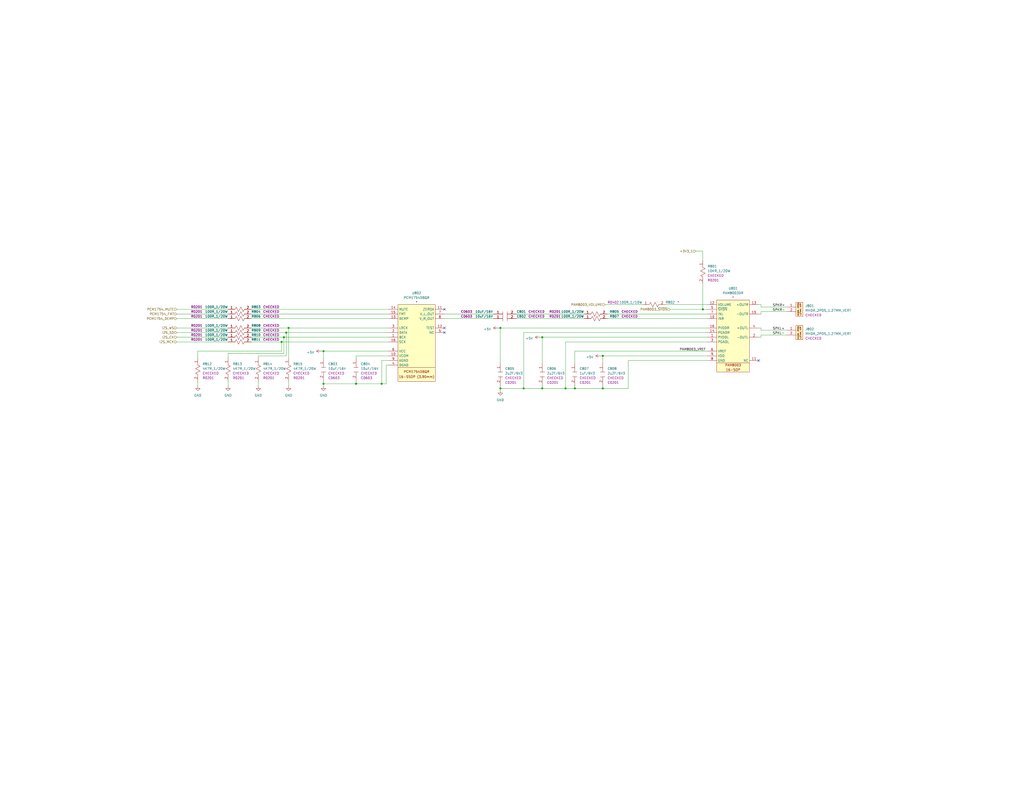
<source format=kicad_sch>
(kicad_sch (version 20230121) (generator eeschema)
  (paper "C")
  (title_block (title "Blender") (date "2023/09/18") (rev "v1.0") (company "Mend0z0") (comment 1 "v1.0") (comment 2 "RELEASED") (comment 3 "Siavash Taher Parvar") (comment 4 "_BOM_Blender_v1.0.html") (comment 5 "_HW_Blender.kicad_pcb") (comment 6 "_GBR_Blender_v1.0") (comment 7 "_ASM_Blender_v1.0") (comment 8 "N/A") (comment 9 "Initial version"))
  (lib_symbols
    (symbol "_SCHLIB_Blender:AMP_PAM8003DR"
      (property "Reference" "U" (at 2.54 2.54 0))
      (property "Value" "PAM8003DR" (at 2.54 5.08 0))
      (property "SCH CHECK" "*" (at 2.54 20.32 0))
      (symbol "AMP_PAM8003DR_0_0"
        (polyline (pts (xy 0 -34.29) (xy 17.78 -34.29)))
        (rectangle (start 0 0) (end 17.78 -39.37) (fill (type background)))
        (text "16-SOP" (at 8.89 -38.1 0) (effects (font (size 1.27 1.27))))
        (text "PAM8003" (at 8.89 -35.56 0) (effects (font (size 1.27 1.27))))
      )
      (symbol "AMP_PAM8003DR_1_1"
        (pin passive line (at -5.08 -20.32 0) (length 5.08) (name "PVDDL") (number "1"))
        (pin passive line (at -5.08 -10.16 0) (length 5.08) (name "INR") (number "10"))
        (pin passive line (at 22.86 -33.02 180) (length 5.08) (name "NC") (number "11"))
        (pin passive line (at -5.08 -2.54 0) (length 5.08) (name "VOLUME") (number "12"))
        (pin passive line (at 22.86 -2.54 180) (length 5.08) (name "+OUTR") (number "13"))
        (pin passive line (at -5.08 -17.78 0) (length 5.08) (name "PGNDR") (number "14"))
        (pin passive line (at 22.86 -7.62 180) (length 5.08) (name "-OUTR") (number "15"))
        (pin passive line (at -5.08 -15.24 0) (length 5.08) (name "PVDDR") (number "16"))
        (pin passive line (at 22.86 -20.32 180) (length 5.08) (name "-OUTL") (number "2"))
        (pin passive line (at -5.08 -22.86 0) (length 5.08) (name "PGNDL") (number "3"))
        (pin passive line (at 22.86 -15.24 180) (length 5.08) (name "+OUTL") (number "4"))
        (pin passive line (at -5.08 -5.08 0) (length 5.08) (name "~{SHDN}") (number "5"))
        (pin passive line (at -5.08 -27.94 0) (length 5.08) (name "VREF") (number "6"))
        (pin passive line (at -5.08 -7.62 0) (length 5.08) (name "INL") (number "7"))
        (pin passive line (at -5.08 -33.02 0) (length 5.08) (name "GND") (number "8"))
        (pin passive line (at -5.08 -30.48 0) (length 5.08) (name "VDD") (number "9"))
      )
    )
    (symbol "_SCHLIB_Blender:CAP_10uF/16V-C0603"
      (property "Reference" "C" (at 2.54 3.81 0))
      (property "Value" "10uF{slash}16V" (at 2.54 6.35 0))
      (property "SCH CHECK" "CHECKED" (at 2.54 21.59 0))
      (property "Package" "C0603" (at 2.54 24.13 0))
      (symbol "CAP_10uF/16V-C0603_0_0"
        (polyline (pts (xy 5.08 1.27) (xy 5.08 -1.27)))
        (polyline (pts (xy 7.62 1.27) (xy 7.62 -1.27)))
      )
      (symbol "CAP_10uF/16V-C0603_1_1"
        (pin passive line (at 0 0 0) (length 5.08) (name "") (number "1"))
        (pin passive line (at 12.7 0 180) (length 5.08) (name "") (number "2"))
      )
    )
    (symbol "_SCHLIB_Blender:CAP_1uF/6V3_C0201"
      (property "Reference" "C" (at 2.54 3.81 0))
      (property "Value" "1uF{slash}6V3" (at 2.54 6.35 0))
      (property "SCH CHECK" "CHECKED" (at 2.54 21.59 0))
      (property "Package" "C0201" (at 2.54 24.13 0))
      (symbol "CAP_1uF/6V3_C0201_0_0"
        (polyline (pts (xy 5.08 1.27) (xy 5.08 -1.27)))
        (polyline (pts (xy 7.62 1.27) (xy 7.62 -1.27)))
      )
      (symbol "CAP_1uF/6V3_C0201_1_1"
        (pin passive line (at 0 0 0) (length 5.08) (name "") (number "1"))
        (pin passive line (at 12.7 0 180) (length 5.08) (name "") (number "2"))
      )
    )
    (symbol "_SCHLIB_Blender:CAP_2u2F/6V3_C0201"
      (property "Reference" "C" (at 2.54 3.81 0))
      (property "Value" "2u2F/6V3" (at 2.54 6.35 0))
      (property "SCH CHECK" "CHECKED" (at 2.54 21.59 0))
      (property "Package" "C0201" (at 2.54 24.13 0))
      (symbol "CAP_2u2F/6V3_C0201_0_0"
        (polyline (pts (xy 5.08 1.27) (xy 5.08 -1.27)))
        (polyline (pts (xy 7.62 1.27) (xy 7.62 -1.27)))
      )
      (symbol "CAP_2u2F/6V3_C0201_1_1"
        (pin passive line (at 0 0 0) (length 5.08) (name "") (number "1"))
        (pin passive line (at 12.7 0 180) (length 5.08) (name "") (number "2"))
      )
    )
    (symbol "_SCHLIB_Blender:CONN_MHDR_2POS_1.27MM_VERT"
      (property "Reference" "J" (at 2.54 2.54 0))
      (property "Value" "MHDR_2POS_1.27MM_VERT" (at 2.54 5.08 0))
      (property "SCH CHECK" "CHECKED" (at 2.54 20.32 0))
      (symbol "CONN_MHDR_2POS_1.27MM_VERT_0_0"
        (text "1.27mm, VERT" (at 2.54 -3.81 900) (effects (font (size 0.635 0.635))))
        (text "MHDR, 2POS" (at 1.27 -3.81 900) (effects (font (size 0.762 0.762))))
      )
      (symbol "CONN_MHDR_2POS_1.27MM_VERT_0_1"
        (rectangle (start 0 0) (end 3.81 -7.62) (fill (type background)))
      )
      (symbol "CONN_MHDR_2POS_1.27MM_VERT_1_1"
        (pin passive line (at -5.08 -2.54 0) (length 5.08) (name "") (number "1"))
        (pin passive line (at -5.08 -5.08 0) (length 5.08) (name "") (number "2"))
      )
    )
    (symbol "_SCHLIB_Blender:IC_PCM1754DBQR"
      (property "Reference" "U" (at 3.81 3.81 0))
      (property "Value" "PCM1754DBQR" (at 3.81 6.35 0))
      (property "SCH CHECK" "*" (at 3.81 21.59 0))
      (symbol "IC_PCM1754DBQR_0_0"
        (text "	\nPCM1754DBQR" (at 10.16 -35.56 0) (effects (font (size 1.27 1.27))))
        (text "16-SSOP (3.90mm)" (at 10.16 -39.37 0) (effects (font (size 1.27 1.27))))
      )
      (symbol "IC_PCM1754DBQR_0_1"
        (polyline (pts (xy 0 -34.29) (xy 20.32 -34.29)))
        (rectangle (start 0 0) (end 20.32 -41.91) (fill (type background)))
      )
      (symbol "IC_PCM1754DBQR_1_1"
        (pin passive line (at -5.08 -17.78 0) (length 5.08) (name "BCK") (number "1"))
        (pin passive line (at -5.08 -27.94 0) (length 5.08) (name "VCOM") (number "10"))
        (pin passive line (at 25.4 -2.54 180) (length 5.08) (name "ZEROA") (number "11"))
        (pin passive line (at 25.4 -12.7 180) (length 5.08) (name "TEST") (number "12"))
        (pin passive line (at -5.08 -7.62 0) (length 5.08) (name "DEMP") (number "13"))
        (pin passive line (at -5.08 -2.54 0) (length 5.08) (name "MUTE") (number "14"))
        (pin passive line (at -5.08 -5.08 0) (length 5.08) (name "FMT") (number "15"))
        (pin passive line (at -5.08 -20.32 0) (length 5.08) (name "SCK") (number "16"))
        (pin passive line (at -5.08 -15.24 0) (length 5.08) (name "DATA") (number "2"))
        (pin passive line (at -5.08 -12.7 0) (length 5.08) (name "LRCK") (number "3"))
        (pin passive line (at -5.08 -33.02 0) (length 5.08) (name "DGND") (number "4"))
        (pin passive line (at 25.4 -15.24 180) (length 5.08) (name "NC") (number "5"))
        (pin passive line (at -5.08 -25.4 0) (length 5.08) (name "VCC") (number "6"))
        (pin passive line (at 25.4 -5.08 180) (length 5.08) (name "V_L_OUT") (number "7"))
        (pin passive line (at 25.4 -7.62 180) (length 5.08) (name "V_R_OUT") (number "8"))
        (pin passive line (at -5.08 -30.48 0) (length 5.08) (name "AGND") (number "9"))
      )
    )
    (symbol "_SCHLIB_Blender:RES_100R_1/10W_R0402"
      (property "Reference" "R" (at 2.54 3.81 0))
      (property "Value" "100R_1/10W" (at 2.54 6.35 0))
      (property "SCH CHECK" "*" (at 2.54 21.59 0))
      (property "Package" "R0402" (at 2.54 24.13 0))
      (symbol "RES_100R_1/10W_R0402_0_0"
        (polyline (pts (xy 3.81 0) (xy 4.445 1.27) (xy 5.715 -1.27) (xy 6.985 1.27) (xy 8.255 -1.27) (xy 8.89 0)))
      )
      (symbol "RES_100R_1/10W_R0402_1_1"
        (pin passive line (at 0 0 0) (length 3.81) (name "") (number "1"))
        (pin passive line (at 12.7 0 180) (length 3.81) (name "") (number "2"))
      )
    )
    (symbol "_SCHLIB_Blender:RES_100R_1/20W-R0201"
      (property "Reference" "R" (at 2.54 3.81 0))
      (property "Value" "100R_1{slash}20W" (at 2.54 6.35 0))
      (property "SCH CHECK" "CHECKED" (at 2.54 21.59 0))
      (property "Package" "R0201" (at 2.54 24.13 0))
      (symbol "RES_100R_1/20W-R0201_0_0"
        (polyline (pts (xy 3.81 0) (xy 4.445 1.27) (xy 5.715 -1.27) (xy 6.985 1.27) (xy 8.255 -1.27) (xy 8.89 0)))
      )
      (symbol "RES_100R_1/20W-R0201_1_1"
        (pin passive line (at 0 0 0) (length 3.81) (name "") (number "1"))
        (pin passive line (at 12.7 0 180) (length 3.81) (name "") (number "2"))
      )
    )
    (symbol "_SCHLIB_Blender:RES_10KR_1/20W-R0201"
      (property "Reference" "R" (at 2.54 5.08 0))
      (property "Value" "10KR_1{slash}20W" (at 2.54 7.62 0))
      (property "SCH CHECK" "CHECKED" (at 2.54 22.86 0))
      (property "Package" "R0201" (at 2.54 25.4 0))
      (symbol "RES_10KR_1/20W-R0201_0_0"
        (polyline (pts (xy 3.81 0) (xy 4.445 1.27) (xy 5.715 -1.27) (xy 6.985 1.27) (xy 8.255 -1.27) (xy 8.89 0)))
      )
      (symbol "RES_10KR_1/20W-R0201_1_1"
        (pin passive line (at 0 0 0) (length 3.81) (name "") (number "1"))
        (pin passive line (at 12.7 0 180) (length 3.81) (name "") (number "2"))
      )
    )
    (symbol "_SCHLIB_Blender:RES_4K7R_1/20W-R0201"
      (property "Reference" "R" (at 2.54 5.08 0))
      (property "Value" "4K7R_1{slash}20W" (at 2.54 7.62 0))
      (property "SCH CHECK" "CHECKED" (at 2.54 22.86 0))
      (property "Package" "R0201" (at 2.54 25.4 0))
      (symbol "RES_4K7R_1/20W-R0201_0_0"
        (polyline (pts (xy 3.81 0) (xy 4.445 1.27) (xy 5.715 -1.27) (xy 6.985 1.27) (xy 8.255 -1.27) (xy 8.89 0)))
      )
      (symbol "RES_4K7R_1/20W-R0201_1_1"
        (pin passive line (at 0 0 0) (length 3.81) (name "") (number "1"))
        (pin passive line (at 12.7 0 180) (length 3.81) (name "") (number "2"))
      )
    )
    (symbol "power:+5V" (power) (pin_names (offset 0))
      (property "Value" "+5V" (at 0 3.556 0))
      (symbol "+5V_0_1"
        (polyline (pts (xy -0.762 1.27) (xy 0 2.54)))
        (polyline (pts (xy 0 0) (xy 0 2.54)))
        (polyline (pts (xy 0 2.54) (xy 0.762 1.27)))
      )
      (symbol "+5V_1_1"
        (pin power_in line (at 0 0 90) (length 0) hide (name "+5V") (number "1"))
      )
    )
    (symbol "power:GND" (power) (pin_names (offset 0))
      (property "Value" "GND" (at 0 -3.81 0))
      (symbol "GND_0_1"
        (polyline (pts (xy 0 0) (xy 0 -1.27) (xy 1.27 -1.27) (xy 0 -2.54) (xy -1.27 -1.27) (xy 0 -1.27)))
      )
      (symbol "GND_1_1"
        (pin power_in line (at 0 0 270) (length 0) hide (name "GND") (number "1"))
      )
    )
  )
  (junction (at 295.91 212.09))
  (junction (at 157.48 179.07))
  (junction (at 313.69 212.09))
  (junction (at 328.93 212.09))
  (junction (at 273.05 179.07))
  (junction (at 328.93 194.31))
  (junction (at 156.21 181.61))
  (junction (at 176.53 191.77))
  (junction (at 308.61 212.09))
  (junction (at 194.31 209.55))
  (junction (at 295.91 184.15))
  (junction (at 153.67 186.69))
  (junction (at 176.53 209.55))
  (junction (at 383.54 168.91))
  (junction (at 208.28 209.55))
  (junction (at 154.94 184.15))
  (junction (at 285.75 212.09))
  (junction (at 273.05 212.09))
  (no_connect (at 414.02 196.85))
  (no_connect (at 242.57 181.61))
  (no_connect (at 242.57 168.91))
  (no_connect (at 242.57 179.07))
  (wire (pts (xy 415.29 180.34) (xy 415.29 179.07)))
  (wire (pts (xy 271.78 179.07) (xy 273.05 179.07)))
  (wire (pts (xy 124.46 193.04) (xy 154.94 193.04)))
  (wire (pts (xy 212.09 191.77) (xy 176.53 191.77)))
  (wire (pts (xy 285.75 181.61) (xy 285.75 212.09)))
  (wire (pts (xy 328.93 212.09) (xy 313.69 212.09)))
  (wire (pts (xy 273.05 179.07) (xy 273.05 198.12)))
  (wire (pts (xy 313.69 210.82) (xy 313.69 212.09)))
  (wire (pts (xy 242.57 171.45) (xy 269.24 171.45)))
  (wire (pts (xy 140.97 195.58) (xy 140.97 194.31)))
  (wire (pts (xy 386.08 181.61) (xy 285.75 181.61)))
  (wire (pts (xy 124.46 210.82) (xy 124.46 208.28)))
  (wire (pts (xy 176.53 191.77) (xy 176.53 195.58)))
  (wire (pts (xy 96.52 171.45) (xy 124.46 171.45)))
  (wire (pts (xy 415.29 170.18) (xy 415.29 171.45)))
  (wire (pts (xy 379.73 137.16) (xy 383.54 137.16)))
  (wire (pts (xy 383.54 168.91) (xy 386.08 168.91)))
  (wire (pts (xy 386.08 186.69) (xy 308.61 186.69)))
  (wire (pts (xy 212.09 199.39) (xy 210.82 199.39)))
  (wire (pts (xy 137.16 173.99) (xy 212.09 173.99)))
  (wire (pts (xy 414.02 166.37) (xy 415.29 166.37)))
  (wire (pts (xy 96.52 179.07) (xy 124.46 179.07)))
  (wire (pts (xy 194.31 209.55) (xy 194.31 208.28)))
  (wire (pts (xy 96.52 181.61) (xy 124.46 181.61)))
  (wire (pts (xy 273.05 210.82) (xy 273.05 212.09)))
  (wire (pts (xy 415.29 184.15) (xy 414.02 184.15)))
  (wire (pts (xy 313.69 212.09) (xy 308.61 212.09)))
  (wire (pts (xy 176.53 208.28) (xy 176.53 209.55)))
  (wire (pts (xy 153.67 186.69) (xy 212.09 186.69)))
  (wire (pts (xy 342.9 196.85) (xy 342.9 212.09)))
  (wire (pts (xy 194.31 194.31) (xy 212.09 194.31)))
  (wire (pts (xy 154.94 193.04) (xy 154.94 184.15)))
  (wire (pts (xy 208.28 196.85) (xy 208.28 209.55)))
  (wire (pts (xy 331.47 173.99) (xy 386.08 173.99)))
  (wire (pts (xy 414.02 171.45) (xy 415.29 171.45)))
  (wire (pts (xy 415.29 180.34) (xy 429.26 180.34)))
  (wire (pts (xy 386.08 171.45) (xy 331.47 171.45)))
  (wire (pts (xy 208.28 209.55) (xy 194.31 209.55)))
  (wire (pts (xy 157.48 179.07) (xy 157.48 195.58)))
  (wire (pts (xy 386.08 194.31) (xy 328.93 194.31)))
  (wire (pts (xy 176.53 209.55) (xy 176.53 210.82)))
  (wire (pts (xy 273.05 212.09) (xy 273.05 213.36)))
  (wire (pts (xy 210.82 209.55) (xy 208.28 209.55)))
  (wire (pts (xy 285.75 212.09) (xy 295.91 212.09)))
  (wire (pts (xy 383.54 154.94) (xy 383.54 168.91)))
  (wire (pts (xy 137.16 186.69) (xy 153.67 186.69)))
  (wire (pts (xy 330.2 166.37) (xy 350.52 166.37)))
  (wire (pts (xy 194.31 209.55) (xy 176.53 209.55)))
  (wire (pts (xy 313.69 191.77) (xy 386.08 191.77)))
  (wire (pts (xy 313.69 191.77) (xy 313.69 198.12)))
  (wire (pts (xy 210.82 199.39) (xy 210.82 209.55)))
  (wire (pts (xy 281.94 173.99) (xy 318.77 173.99)))
  (wire (pts (xy 308.61 186.69) (xy 308.61 212.09)))
  (wire (pts (xy 140.97 194.31) (xy 156.21 194.31)))
  (wire (pts (xy 386.08 196.85) (xy 342.9 196.85)))
  (wire (pts (xy 137.16 171.45) (xy 212.09 171.45)))
  (wire (pts (xy 386.08 179.07) (xy 273.05 179.07)))
  (wire (pts (xy 156.21 194.31) (xy 156.21 181.61)))
  (wire (pts (xy 96.52 173.99) (xy 124.46 173.99)))
  (wire (pts (xy 328.93 194.31) (xy 328.93 198.12)))
  (wire (pts (xy 318.77 171.45) (xy 281.94 171.45)))
  (wire (pts (xy 107.95 210.82) (xy 107.95 208.28)))
  (wire (pts (xy 328.93 210.82) (xy 328.93 212.09)))
  (wire (pts (xy 96.52 184.15) (xy 124.46 184.15)))
  (wire (pts (xy 294.64 184.15) (xy 295.91 184.15)))
  (wire (pts (xy 415.29 182.88) (xy 429.26 182.88)))
  (wire (pts (xy 365.76 168.91) (xy 383.54 168.91)))
  (wire (pts (xy 194.31 195.58) (xy 194.31 194.31)))
  (wire (pts (xy 415.29 170.18) (xy 429.26 170.18)))
  (wire (pts (xy 363.22 166.37) (xy 386.08 166.37)))
  (wire (pts (xy 107.95 195.58) (xy 107.95 191.77)))
  (wire (pts (xy 137.16 184.15) (xy 154.94 184.15)))
  (wire (pts (xy 154.94 184.15) (xy 212.09 184.15)))
  (wire (pts (xy 383.54 137.16) (xy 383.54 142.24)))
  (wire (pts (xy 107.95 191.77) (xy 153.67 191.77)))
  (wire (pts (xy 308.61 212.09) (xy 295.91 212.09)))
  (wire (pts (xy 415.29 179.07) (xy 414.02 179.07)))
  (wire (pts (xy 153.67 191.77) (xy 153.67 186.69)))
  (wire (pts (xy 156.21 181.61) (xy 212.09 181.61)))
  (wire (pts (xy 137.16 168.91) (xy 212.09 168.91)))
  (wire (pts (xy 295.91 210.82) (xy 295.91 212.09)))
  (wire (pts (xy 242.57 173.99) (xy 269.24 173.99)))
  (wire (pts (xy 415.29 167.64) (xy 429.26 167.64)))
  (wire (pts (xy 137.16 179.07) (xy 157.48 179.07)))
  (wire (pts (xy 386.08 184.15) (xy 295.91 184.15)))
  (wire (pts (xy 175.26 191.77) (xy 176.53 191.77)))
  (wire (pts (xy 96.52 186.69) (xy 124.46 186.69)))
  (wire (pts (xy 342.9 212.09) (xy 328.93 212.09)))
  (wire (pts (xy 157.48 208.28) (xy 157.48 210.82)))
  (wire (pts (xy 273.05 212.09) (xy 285.75 212.09)))
  (wire (pts (xy 415.29 182.88) (xy 415.29 184.15)))
  (wire (pts (xy 157.48 179.07) (xy 212.09 179.07)))
  (wire (pts (xy 124.46 195.58) (xy 124.46 193.04)))
  (wire (pts (xy 140.97 210.82) (xy 140.97 208.28)))
  (wire (pts (xy 327.66 194.31) (xy 328.93 194.31)))
  (wire (pts (xy 212.09 196.85) (xy 208.28 196.85)))
  (wire (pts (xy 96.52 168.91) (xy 124.46 168.91)))
  (wire (pts (xy 137.16 181.61) (xy 156.21 181.61)))
  (wire (pts (xy 415.29 166.37) (xy 415.29 167.64)))
  (wire (pts (xy 295.91 184.15) (xy 295.91 198.12)))
  (label "SPKR+" (at 421.64 167.64 0))
  (label "PAM8003_VREF" (at 370.84 191.77 0))
  (label "SPKL-" (at 421.64 182.88 0))
  (label "SPKL+" (at 421.64 180.34 0))
  (label "SPKR-" (at 421.64 170.18 0))
  (hierarchical_label "PAM8003_~{SHDN}" (shape input) (at 365.76 168.91 180))
  (hierarchical_label "I2S_CK" (shape input) (at 96.52 184.15 180))
  (hierarchical_label "PAM8003_VOLUME" (shape input) (at 330.2 166.37 180))
  (hierarchical_label "+3V3_1" (shape input) (at 379.73 137.16 180))
  (hierarchical_label "I2S_WS" (shape input) (at 96.52 179.07 180))
  (hierarchical_label "I2S_SD" (shape input) (at 96.52 181.61 180))
  (hierarchical_label "PCM1754_DEMP" (shape input) (at 96.52 173.99 180))
  (hierarchical_label "I2S_MCK" (shape input) (at 96.52 186.69 180))
  (hierarchical_label "PCM1754_MUTE" (shape input) (at 96.52 168.91 180))
  (hierarchical_label "PCM1754_FMT" (shape input) (at 96.52 171.45 180))
  (symbol (lib_id "_SCHLIB_Blender:RES_100R_1/20W-R0201") (at 124.46 186.69 0) (unit 1)
    (property "Reference" "R811" (at 139.7 185.42 0))
    (property "Value" "100R_1/20W" (at 118.11 185.42 0))
    (property "Footprint" "Resistor_SMD:R_0201_0603Metric" (effects hide))
    (property "Datasheet" "https://www.seielect.com/Catalog/SEI-RMCF_RMCP.pdf" (effects hide))
    (property "Description" "100 Ohms ±1% 0.05W, 1/20W Chip Resistor 0201 (0603 Metric) Thick Film" (effects hide))
    (property "Part Number" "RMCF0201FT100R" (effects hide))
    (property "Link" "https://www.digikey.ca/en/products/detail/stackpole-electronics-inc/RMCF0201FT100R/1714988" (effects hide))
    (property "SCH CHECK" "CHECKED" (at 143.51 185.42 0) (effects (justify left)))
    (property "Package" "R0201" (at 104.14 185.42 0) (effects (justify left)))
  )
  (symbol (lib_id "_SCHLIB_Blender:RES_100R_1/20W-R0201") (at 318.77 171.45 0) (unit 1)
    (property "Reference" "R805" (at 335.28 170.18 0))
    (property "Value" "100R_1/20W" (at 312.42 170.18 0))
    (property "Footprint" "Resistor_SMD:R_0201_0603Metric" (effects hide))
    (property "Datasheet" "https://www.seielect.com/Catalog/SEI-RMCF_RMCP.pdf" (effects hide))
    (property "Description" "100 Ohms ±1% 0.05W, 1/20W Chip Resistor 0201 (0603 Metric) Thick Film" (effects hide))
    (property "Part Number" "RMCF0201FT100R" (effects hide))
    (property "Link" "https://www.digikey.ca/en/products/detail/stackpole-electronics-inc/RMCF0201FT100R/1714988" (effects hide))
    (property "SCH CHECK" "CHECKED" (at 339.09 170.18 0) (effects (justify left)))
    (property "Package" "R0201" (at 299.72 170.18 0) (effects (justify left)))
  )
  (symbol (lib_id "power:GND") (at 273.05 213.36 0) (unit 1)
    (property "Reference" "#PWR0810" (effects hide))
    (property "Value" "GND" (at 273.05 218.44 0))
  )
  (symbol (lib_id "_SCHLIB_Blender:CONN_MHDR_2POS_1.27MM_VERT") (at 434.34 165.1 0) (unit 1)
    (property "Reference" "J801" (at 439.42 167.005 0) (effects (justify left)))
    (property "Value" "MHDR_2POS_1.27MM_VERT" (at 439.42 169.545 0) (effects (justify left)))
    (property "Footprint" "Connector_PinHeader_1.27mm:PinHeader_1x02_P1.27mm_Vertical" (effects hide))
    (property "Datasheet" "https://s3.amazonaws.com/catalogspreads-pdf/PAGE94-95%20.050%20MALE%20HDR%20ST%20RA%20SMT.pdf" (effects hide))
    (property "Description" "Connector Header Through Hole 2 position 0.050\" (1.27mm)" (effects hide))
    (property "Part Number" "GRPB021VWVN-RC" (effects hide))
    (property "Link" "https://www.digikey.ca/en/products/detail/sullins-connector-solutions/GRPB021VWVN-RC/1786438" (effects hide))
    (property "SCH CHECK" "CHECKED" (at 439.42 172.085 0) (effects (justify left)))
  )
  (symbol (lib_id "_SCHLIB_Blender:CAP_2u2F/6V3_C0201") (at 295.91 198.12 270) (unit 1)
    (property "Reference" "C806" (at 298.45 201.295 90) (effects (justify left)))
    (property "Value" "2u2F/6V3" (at 298.45 203.835 90) (effects (justify left)))
    (property "Footprint" "Capacitor_SMD:C_0201_0603Metric" (effects hide))
    (property "Datasheet" "https://ele.kyocera.com/assets/products/capacitor/CM_Series_e.pdf" (effects hide))
    (property "Description" "2.2 µF ±20% 6.3V Ceramic Capacitor X5R 0201 (0603 Metric)" (effects hide))
    (property "Part Number" "CM03X5R225M06AH" (effects hide))
    (property "Link" "https://www.digikey.ca/en/products/detail/kyocera-avx/CM03X5R225M06AH/10815044" (effects hide))
    (property "SCH CHECK" "CHECKED" (at 298.45 206.375 90) (effects (justify left)))
    (property "Package" "C0201" (at 298.45 208.915 90) (effects (justify left)))
  )
  (symbol (lib_id "_SCHLIB_Blender:RES_100R_1/20W-R0201") (at 124.46 168.91 0) (unit 1)
    (property "Reference" "R803" (at 139.7 167.64 0))
    (property "Value" "100R_1/20W" (at 118.11 167.64 0))
    (property "Footprint" "Resistor_SMD:R_0201_0603Metric" (effects hide))
    (property "Datasheet" "https://www.seielect.com/Catalog/SEI-RMCF_RMCP.pdf" (effects hide))
    (property "Description" "100 Ohms ±1% 0.05W, 1/20W Chip Resistor 0201 (0603 Metric) Thick Film" (effects hide))
    (property "Part Number" "RMCF0201FT100R" (effects hide))
    (property "Link" "https://www.digikey.ca/en/products/detail/stackpole-electronics-inc/RMCF0201FT100R/1714988" (effects hide))
    (property "SCH CHECK" "CHECKED" (at 143.51 167.64 0) (effects (justify left)))
    (property "Package" "R0201" (at 104.14 167.64 0) (effects (justify left)))
  )
  (symbol (lib_id "_SCHLIB_Blender:CAP_10uF/16V-C0603") (at 194.31 195.58 270) (unit 1)
    (property "Reference" "C804" (at 196.85 198.755 90) (effects (justify left)))
    (property "Value" "10uF/16V" (at 196.85 201.295 90) (effects (justify left)))
    (property "Footprint" "Capacitor_SMD:C_0603_1608Metric" (effects hide))
    (property "Datasheet" "https://search.murata.co.jp/Ceramy/image/img/A01X/G101/ENG/GRT188R61C106KE13-01.pdf" (effects hide))
    (property "Description" "10 µF ±10% 16V Ceramic Capacitor X5R 0603 (1608 Metric)" (effects hide))
    (property "Part Number" "GRT188R61C106KE13J" (effects hide))
    (property "Link" "https://www.digikey.ca/en/products/detail/murata-electronics/GRT188R61C106KE13J/13904802" (effects hide))
    (property "SCH CHECK" "CHECKED" (at 196.85 203.835 90) (effects (justify left)))
    (property "Package" "C0603" (at 196.85 206.375 90) (effects (justify left)))
  )
  (symbol (lib_id "power:+5V") (at 294.64 184.15 90) (unit 1)
    (property "Reference" "#PWR0802" (effects hide))
    (property "Value" "+5V" (at 290.83 184.785 90) (effects (justify left)))
  )
  (symbol (lib_id "_SCHLIB_Blender:RES_100R_1/20W-R0201") (at 124.46 181.61 0) (unit 1)
    (property "Reference" "R809" (at 139.7 180.34 0))
    (property "Value" "100R_1/20W" (at 118.11 180.34 0))
    (property "Footprint" "Resistor_SMD:R_0201_0603Metric" (effects hide))
    (property "Datasheet" "https://www.seielect.com/Catalog/SEI-RMCF_RMCP.pdf" (effects hide))
    (property "Description" "100 Ohms ±1% 0.05W, 1/20W Chip Resistor 0201 (0603 Metric) Thick Film" (effects hide))
    (property "Part Number" "RMCF0201FT100R" (effects hide))
    (property "Link" "https://www.digikey.ca/en/products/detail/stackpole-electronics-inc/RMCF0201FT100R/1714988" (effects hide))
    (property "SCH CHECK" "CHECKED" (at 143.51 180.34 0) (effects (justify left)))
    (property "Package" "R0201" (at 104.14 180.34 0) (effects (justify left)))
  )
  (symbol (lib_id "_SCHLIB_Blender:RES_100R_1/20W-R0201") (at 124.46 173.99 0) (unit 1)
    (property "Reference" "R806" (at 139.7 172.72 0))
    (property "Value" "100R_1/20W" (at 118.11 172.72 0))
    (property "Footprint" "Resistor_SMD:R_0201_0603Metric" (effects hide))
    (property "Datasheet" "https://www.seielect.com/Catalog/SEI-RMCF_RMCP.pdf" (effects hide))
    (property "Description" "100 Ohms ±1% 0.05W, 1/20W Chip Resistor 0201 (0603 Metric) Thick Film" (effects hide))
    (property "Part Number" "RMCF0201FT100R" (effects hide))
    (property "Link" "https://www.digikey.ca/en/products/detail/stackpole-electronics-inc/RMCF0201FT100R/1714988" (effects hide))
    (property "SCH CHECK" "CHECKED" (at 143.51 172.72 0) (effects (justify left)))
    (property "Package" "R0201" (at 104.14 172.72 0) (effects (justify left)))
  )
  (symbol (lib_id "power:+5V") (at 175.26 191.77 90) (unit 1)
    (property "Reference" "#PWR0803" (effects hide))
    (property "Value" "+5V" (at 171.45 192.405 90) (effects (justify left)))
  )
  (symbol (lib_id "power:+5V") (at 327.66 194.31 90) (unit 1)
    (property "Reference" "#PWR0804" (effects hide))
    (property "Value" "+5V" (at 323.85 194.945 90) (effects (justify left)))
  )
  (symbol (lib_id "_SCHLIB_Blender:IC_PCM1754DBQR") (at 217.17 166.37 0) (unit 1)
    (property "Reference" "U802" (at 227.33 160.02 0))
    (property "Value" "PCM1754DBQR" (at 227.33 162.56 0))
    (property "Footprint" "_PCBLIB_Blender:DBQ16" (effects hide))
    (property "Datasheet" "https://www.ti.com/general/docs/suppproductinfo.tsp?distId=10&gotoUrl=https%3A%2F%2Fwww.ti.com%2Flit%2Fgpn%2Fpcm1753" (effects hide))
    (property "Description" "DAC, Audio 24 b 200k I²S 16-SSOP" (effects hide))
    (property "Part Number" "PCM1754DBQR" (effects hide))
    (property "Link" "https://www.digikey.ca/en/products/detail/texas-instruments/PCM1754DBQR/1573276" (effects hide))
    (property "SCH CHECK" "*" (at 227.33 165.1 0))
  )
  (symbol (lib_id "_SCHLIB_Blender:RES_4K7R_1/20W-R0201") (at 124.46 195.58 270) (unit 1)
    (property "Reference" "R813" (at 127 198.755 90) (effects (justify left)))
    (property "Value" "4K7R_1/20W" (at 127 201.295 90) (effects (justify left)))
    (property "Footprint" "Resistor_SMD:R_0201_0603Metric" (effects hide))
    (property "Datasheet" "https://www.seielect.com/Catalog/SEI-RMCF_RMCP.pdf" (effects hide))
    (property "Description" "4.7 kOhms ±1% 0.05W, 1/20W Chip Resistor 0201 (0603 Metric) Thick Film" (effects hide))
    (property "Part Number" "RMCF0201FT4K70" (effects hide))
    (property "Link" "https://www.digikey.ca/en/products/detail/stackpole-electronics-inc/RMCF0201FT4K70/1715026" (effects hide))
    (property "SCH CHECK" "CHECKED" (at 127 203.835 90) (effects (justify left)))
    (property "Package" "R0201" (at 127 206.375 90) (effects (justify left)))
  )
  (symbol (lib_id "_SCHLIB_Blender:RES_10KR_1/20W-R0201") (at 383.54 142.24 270) (unit 1)
    (property "Reference" "R801" (at 386.08 145.415 90) (effects (justify left)))
    (property "Value" "10KR_1/20W" (at 386.08 147.955 90) (effects (justify left)))
    (property "Footprint" "Resistor_SMD:R_0201_0603Metric" (effects hide))
    (property "Datasheet" "https://www.seielect.com/Catalog/SEI-RMCF_RMCP.pdf" (effects hide))
    (property "Description" "10 kOhms ±1% 0.05W, 1/20W Chip Resistor 0201 (0603 Metric) Thick Film" (effects hide))
    (property "Part Number" "RMCF0201FT10K0" (effects hide))
    (property "Link" "https://www.digikey.ca/en/products/detail/stackpole-electronics-inc/RMCF0201FT10K0/1714990" (effects hide))
    (property "SCH CHECK" "CHECKED" (at 386.08 150.495 90) (effects (justify left)))
    (property "Package" "R0201" (at 386.08 153.035 90) (effects (justify left)))
  )
  (symbol (lib_id "power:GND") (at 124.46 210.82 0) (unit 1)
    (property "Reference" "#PWR0806" (effects hide))
    (property "Value" "GND" (at 124.46 215.9 0))
  )
  (symbol (lib_id "_SCHLIB_Blender:CAP_10uF/16V-C0603") (at 269.24 173.99 0) (unit 1)
    (property "Reference" "C802" (at 284.48 172.72 0))
    (property "Value" "10uF/16V" (at 264.16 172.72 0))
    (property "Footprint" "Capacitor_SMD:C_0603_1608Metric" (effects hide))
    (property "Datasheet" "https://search.murata.co.jp/Ceramy/image/img/A01X/G101/ENG/GRT188R61C106KE13-01.pdf" (effects hide))
    (property "Description" "10 µF ±10% 16V Ceramic Capacitor X5R 0603 (1608 Metric)" (effects hide))
    (property "Part Number" "GRT188R61C106KE13J" (effects hide))
    (property "Link" "https://www.digikey.ca/en/products/detail/murata-electronics/GRT188R61C106KE13J/13904802" (effects hide))
    (property "SCH CHECK" "CHECKED" (at 288.29 172.72 0) (effects (justify left)))
    (property "Package" "C0603" (at 251.46 172.72 0) (effects (justify left)))
  )
  (symbol (lib_id "power:GND") (at 176.53 210.82 0) (unit 1)
    (property "Reference" "#PWR0809" (effects hide))
    (property "Value" "GND" (at 176.53 215.9 0))
  )
  (symbol (lib_id "power:GND") (at 157.48 210.82 0) (unit 1)
    (property "Reference" "#PWR0808" (effects hide))
    (property "Value" "GND" (at 157.48 215.9 0))
  )
  (symbol (lib_id "_SCHLIB_Blender:RES_4K7R_1/20W-R0201") (at 157.48 195.58 270) (unit 1)
    (property "Reference" "R815" (at 160.02 198.755 90) (effects (justify left)))
    (property "Value" "4K7R_1/20W" (at 160.02 201.295 90) (effects (justify left)))
    (property "Footprint" "Resistor_SMD:R_0201_0603Metric" (effects hide))
    (property "Datasheet" "https://www.seielect.com/Catalog/SEI-RMCF_RMCP.pdf" (effects hide))
    (property "Description" "4.7 kOhms ±1% 0.05W, 1/20W Chip Resistor 0201 (0603 Metric) Thick Film" (effects hide))
    (property "Part Number" "RMCF0201FT4K70" (effects hide))
    (property "Link" "https://www.digikey.ca/en/products/detail/stackpole-electronics-inc/RMCF0201FT4K70/1715026" (effects hide))
    (property "SCH CHECK" "CHECKED" (at 160.02 203.835 90) (effects (justify left)))
    (property "Package" "R0201" (at 160.02 206.375 90) (effects (justify left)))
  )
  (symbol (lib_id "_SCHLIB_Blender:CONN_MHDR_2POS_1.27MM_VERT") (at 434.34 177.8 0) (unit 1)
    (property "Reference" "J802" (at 439.42 179.705 0) (effects (justify left)))
    (property "Value" "MHDR_2POS_1.27MM_VERT" (at 439.42 182.245 0) (effects (justify left)))
    (property "Footprint" "Connector_PinHeader_1.27mm:PinHeader_1x02_P1.27mm_Vertical" (effects hide))
    (property "Datasheet" "https://s3.amazonaws.com/catalogspreads-pdf/PAGE94-95%20.050%20MALE%20HDR%20ST%20RA%20SMT.pdf" (effects hide))
    (property "Description" "Connector Header Through Hole 2 position 0.050\" (1.27mm)" (effects hide))
    (property "Part Number" "GRPB021VWVN-RC" (effects hide))
    (property "Link" "https://www.digikey.ca/en/products/detail/sullins-connector-solutions/GRPB021VWVN-RC/1786438" (effects hide))
    (property "SCH CHECK" "CHECKED" (at 439.42 184.785 0) (effects (justify left)))
  )
  (symbol (lib_id "_SCHLIB_Blender:CAP_2u2F/6V3_C0201") (at 273.05 198.12 270) (unit 1)
    (property "Reference" "C805" (at 275.59 201.295 90) (effects (justify left)))
    (property "Value" "2u2F/6V3" (at 275.59 203.835 90) (effects (justify left)))
    (property "Footprint" "Capacitor_SMD:C_0201_0603Metric" (effects hide))
    (property "Datasheet" "https://ele.kyocera.com/assets/products/capacitor/CM_Series_e.pdf" (effects hide))
    (property "Description" "2.2 µF ±20% 6.3V Ceramic Capacitor X5R 0201 (0603 Metric)" (effects hide))
    (property "Part Number" "CM03X5R225M06AH" (effects hide))
    (property "Link" "https://www.digikey.ca/en/products/detail/kyocera-avx/CM03X5R225M06AH/10815044" (effects hide))
    (property "SCH CHECK" "CHECKED" (at 275.59 206.375 90) (effects (justify left)))
    (property "Package" "C0201" (at 275.59 208.915 90) (effects (justify left)))
  )
  (symbol (lib_id "power:GND") (at 140.97 210.82 0) (unit 1)
    (property "Reference" "#PWR0807" (effects hide))
    (property "Value" "GND" (at 140.97 215.9 0))
  )
  (symbol (lib_id "power:+5V") (at 271.78 179.07 90) (unit 1)
    (property "Reference" "#PWR0801" (effects hide))
    (property "Value" "+5V" (at 267.97 179.705 90) (effects (justify left)))
  )
  (symbol (lib_id "_SCHLIB_Blender:CAP_2u2F/6V3_C0201") (at 328.93 198.12 270) (unit 1)
    (property "Reference" "C808" (at 331.47 201.295 90) (effects (justify left)))
    (property "Value" "2u2F/6V3" (at 331.47 203.835 90) (effects (justify left)))
    (property "Footprint" "Capacitor_SMD:C_0201_0603Metric" (effects hide))
    (property "Datasheet" "https://ele.kyocera.com/assets/products/capacitor/CM_Series_e.pdf" (effects hide))
    (property "Description" "2.2 µF ±20% 6.3V Ceramic Capacitor X5R 0201 (0603 Metric)" (effects hide))
    (property "Part Number" "CM03X5R225M06AH" (effects hide))
    (property "Link" "https://www.digikey.ca/en/products/detail/kyocera-avx/CM03X5R225M06AH/10815044" (effects hide))
    (property "SCH CHECK" "CHECKED" (at 331.47 206.375 90) (effects (justify left)))
    (property "Package" "C0201" (at 331.47 208.915 90) (effects (justify left)))
  )
  (symbol (lib_id "_SCHLIB_Blender:RES_100R_1/20W-R0201") (at 124.46 179.07 0) (unit 1)
    (property "Reference" "R808" (at 139.7 177.8 0))
    (property "Value" "100R_1/20W" (at 118.11 177.8 0))
    (property "Footprint" "Resistor_SMD:R_0201_0603Metric" (effects hide))
    (property "Datasheet" "https://www.seielect.com/Catalog/SEI-RMCF_RMCP.pdf" (effects hide))
    (property "Description" "100 Ohms ±1% 0.05W, 1/20W Chip Resistor 0201 (0603 Metric) Thick Film" (effects hide))
    (property "Part Number" "RMCF0201FT100R" (effects hide))
    (property "Link" "https://www.digikey.ca/en/products/detail/stackpole-electronics-inc/RMCF0201FT100R/1714988" (effects hide))
    (property "SCH CHECK" "CHECKED" (at 143.51 177.8 0) (effects (justify left)))
    (property "Package" "R0201" (at 104.14 177.8 0) (effects (justify left)))
  )
  (symbol (lib_id "_SCHLIB_Blender:RES_100R_1/20W-R0201") (at 124.46 184.15 0) (unit 1)
    (property "Reference" "R810" (at 139.7 182.88 0))
    (property "Value" "100R_1/20W" (at 118.11 182.88 0))
    (property "Footprint" "Resistor_SMD:R_0201_0603Metric" (effects hide))
    (property "Datasheet" "https://www.seielect.com/Catalog/SEI-RMCF_RMCP.pdf" (effects hide))
    (property "Description" "100 Ohms ±1% 0.05W, 1/20W Chip Resistor 0201 (0603 Metric) Thick Film" (effects hide))
    (property "Part Number" "RMCF0201FT100R" (effects hide))
    (property "Link" "https://www.digikey.ca/en/products/detail/stackpole-electronics-inc/RMCF0201FT100R/1714988" (effects hide))
    (property "SCH CHECK" "CHECKED" (at 143.51 182.88 0) (effects (justify left)))
    (property "Package" "R0201" (at 104.14 182.88 0) (effects (justify left)))
  )
  (symbol (lib_id "_SCHLIB_Blender:AMP_PAM8003DR") (at 391.16 163.83 0) (unit 1)
    (property "Reference" "U801" (at 400.05 157.48 0))
    (property "Value" "PAM8003DR" (at 400.05 160.02 0))
    (property "Footprint" "Package_SO:SOP-16_3.9x9.9mm_P1.27mm" (effects hide))
    (property "Datasheet" "https://www.diodes.com/assets/Datasheets/PAM8003.pdf" (effects hide))
    (property "Description" "Amplifier IC 2-Channel (Stereo) Class D 16-SOP" (effects hide))
    (property "Part Number" "PAM8003DR" (effects hide))
    (property "Link" "https://www.digikey.ca/en/products/detail/diodes-incorporated/PAM8003DR/4033274" (effects hide))
    (property "SCH CHECK" "*" (at 400.05 162.56 0))
  )
  (symbol (lib_id "_SCHLIB_Blender:RES_4K7R_1/20W-R0201") (at 107.95 195.58 270) (unit 1)
    (property "Reference" "R812" (at 110.49 198.755 90) (effects (justify left)))
    (property "Value" "4K7R_1/20W" (at 110.49 201.295 90) (effects (justify left)))
    (property "Footprint" "Resistor_SMD:R_0201_0603Metric" (effects hide))
    (property "Datasheet" "https://www.seielect.com/Catalog/SEI-RMCF_RMCP.pdf" (effects hide))
    (property "Description" "4.7 kOhms ±1% 0.05W, 1/20W Chip Resistor 0201 (0603 Metric) Thick Film" (effects hide))
    (property "Part Number" "RMCF0201FT4K70" (effects hide))
    (property "Link" "https://www.digikey.ca/en/products/detail/stackpole-electronics-inc/RMCF0201FT4K70/1715026" (effects hide))
    (property "SCH CHECK" "CHECKED" (at 110.49 203.835 90) (effects (justify left)))
    (property "Package" "R0201" (at 110.49 206.375 90) (effects (justify left)))
  )
  (symbol (lib_id "_SCHLIB_Blender:CAP_10uF/16V-C0603") (at 176.53 195.58 270) (unit 1)
    (property "Reference" "C803" (at 179.07 198.755 90) (effects (justify left)))
    (property "Value" "10uF/16V" (at 179.07 201.295 90) (effects (justify left)))
    (property "Footprint" "Capacitor_SMD:C_0603_1608Metric" (effects hide))
    (property "Datasheet" "https://search.murata.co.jp/Ceramy/image/img/A01X/G101/ENG/GRT188R61C106KE13-01.pdf" (effects hide))
    (property "Description" "10 µF ±10% 16V Ceramic Capacitor X5R 0603 (1608 Metric)" (effects hide))
    (property "Part Number" "GRT188R61C106KE13J" (effects hide))
    (property "Link" "https://www.digikey.ca/en/products/detail/murata-electronics/GRT188R61C106KE13J/13904802" (effects hide))
    (property "SCH CHECK" "CHECKED" (at 179.07 203.835 90) (effects (justify left)))
    (property "Package" "C0603" (at 179.07 206.375 90) (effects (justify left)))
  )
  (symbol (lib_id "_SCHLIB_Blender:RES_100R_1/10W_R0402") (at 350.52 166.37 0) (unit 1)
    (property "Reference" "R802" (at 365.76 165.1 0))
    (property "Value" "100R_1/10W" (at 344.17 165.1 0))
    (property "Footprint" "Resistor_SMD:R_0402_1005Metric" (effects hide))
    (property "Datasheet" "https://industrial.panasonic.com/cdbs/www-data/pdf/RDA0000/AOA0000C304.pdf" (effects hide))
    (property "Description" "100 Ohms ±1% 0.1W, 1/10W Chip Resistor 0402 (1005 Metric) Automotive AEC-Q200 Thick Film" (effects hide))
    (property "Part Number" "ERJ-2RKF1000X" (effects hide))
    (property "Link" "https://www.digikey.ca/en/products/detail/panasonic-electronic-components/ERJ-2RKF1000X/192080" (effects hide))
    (property "SCH CHECK" "*" (at 369.57 165.1 0) (effects (justify left)))
    (property "Package" "R0402" (at 331.47 165.1 0) (effects (justify left)))
  )
  (symbol (lib_id "power:GND") (at 107.95 210.82 0) (unit 1)
    (property "Reference" "#PWR0805" (effects hide))
    (property "Value" "GND" (at 107.95 215.9 0))
  )
  (symbol (lib_id "_SCHLIB_Blender:RES_100R_1/20W-R0201") (at 318.77 173.99 0) (unit 1)
    (property "Reference" "R807" (at 335.28 172.72 0))
    (property "Value" "100R_1/20W" (at 312.42 172.72 0))
    (property "Footprint" "Resistor_SMD:R_0201_0603Metric" (effects hide))
    (property "Datasheet" "https://www.seielect.com/Catalog/SEI-RMCF_RMCP.pdf" (effects hide))
    (property "Description" "100 Ohms ±1% 0.05W, 1/20W Chip Resistor 0201 (0603 Metric) Thick Film" (effects hide))
    (property "Part Number" "RMCF0201FT100R" (effects hide))
    (property "Link" "https://www.digikey.ca/en/products/detail/stackpole-electronics-inc/RMCF0201FT100R/1714988" (effects hide))
    (property "SCH CHECK" "CHECKED" (at 339.09 172.72 0) (effects (justify left)))
    (property "Package" "R0201" (at 299.72 172.72 0) (effects (justify left)))
  )
  (symbol (lib_id "_SCHLIB_Blender:CAP_1uF/6V3_C0201") (at 313.69 198.12 270) (unit 1)
    (property "Reference" "C807" (at 316.23 201.295 90) (effects (justify left)))
    (property "Value" "1uF/6V3" (at 316.23 203.835 90) (effects (justify left)))
    (property "Footprint" "Capacitor_SMD:C_0201_0603Metric" (effects hide))
    (property "Datasheet" "http://weblib.samsungsem.com/mlcc/mlcc-ec-data-sheet.do?partNumber=CL03A105MQ3CSN" (effects hide))
    (property "Description" "1 µF ±20% 6.3V Ceramic Capacitor X5R 0201 (0603 Metric)" (effects hide))
    (property "Part Number" "CL03A105MQ3CSNH" (effects hide))
    (property "Link" "https://www.digikey.ca/en/products/detail/samsung-electro-mechanics/CL03A105MQ3CSNH/3894097" (effects hide))
    (property "SCH CHECK" "CHECKED" (at 316.23 206.375 90) (effects (justify left)))
    (property "Package" "C0201" (at 316.23 208.915 90) (effects (justify left)))
  )
  (symbol (lib_id "_SCHLIB_Blender:CAP_10uF/16V-C0603") (at 269.24 171.45 0) (unit 1)
    (property "Reference" "C801" (at 284.48 170.18 0))
    (property "Value" "10uF/16V" (at 264.16 170.18 0))
    (property "Footprint" "Capacitor_SMD:C_0603_1608Metric" (effects hide))
    (property "Datasheet" "https://search.murata.co.jp/Ceramy/image/img/A01X/G101/ENG/GRT188R61C106KE13-01.pdf" (effects hide))
    (property "Description" "10 µF ±10% 16V Ceramic Capacitor X5R 0603 (1608 Metric)" (effects hide))
    (property "Part Number" "GRT188R61C106KE13J" (effects hide))
    (property "Link" "https://www.digikey.ca/en/products/detail/murata-electronics/GRT188R61C106KE13J/13904802" (effects hide))
    (property "SCH CHECK" "CHECKED" (at 288.29 170.18 0) (effects (justify left)))
    (property "Package" "C0603" (at 251.46 170.18 0) (effects (justify left)))
  )
  (symbol (lib_id "_SCHLIB_Blender:RES_4K7R_1/20W-R0201") (at 140.97 195.58 270) (unit 1)
    (property "Reference" "R814" (at 143.51 198.755 90) (effects (justify left)))
    (property "Value" "4K7R_1/20W" (at 143.51 201.295 90) (effects (justify left)))
    (property "Footprint" "Resistor_SMD:R_0201_0603Metric" (effects hide))
    (property "Datasheet" "https://www.seielect.com/Catalog/SEI-RMCF_RMCP.pdf" (effects hide))
    (property "Description" "4.7 kOhms ±1% 0.05W, 1/20W Chip Resistor 0201 (0603 Metric) Thick Film" (effects hide))
    (property "Part Number" "RMCF0201FT4K70" (effects hide))
    (property "Link" "https://www.digikey.ca/en/products/detail/stackpole-electronics-inc/RMCF0201FT4K70/1715026" (effects hide))
    (property "SCH CHECK" "CHECKED" (at 143.51 203.835 90) (effects (justify left)))
    (property "Package" "R0201" (at 143.51 206.375 90) (effects (justify left)))
  )
  (symbol (lib_id "_SCHLIB_Blender:RES_100R_1/20W-R0201") (at 124.46 171.45 0) (unit 1)
    (property "Reference" "R804" (at 139.7 170.18 0))
    (property "Value" "100R_1/20W" (at 118.11 170.18 0))
    (property "Footprint" "Resistor_SMD:R_0201_0603Metric" (effects hide))
    (property "Datasheet" "https://www.seielect.com/Catalog/SEI-RMCF_RMCP.pdf" (effects hide))
    (property "Description" "100 Ohms ±1% 0.05W, 1/20W Chip Resistor 0201 (0603 Metric) Thick Film" (effects hide))
    (property "Part Number" "RMCF0201FT100R" (effects hide))
    (property "Link" "https://www.digikey.ca/en/products/detail/stackpole-electronics-inc/RMCF0201FT100R/1714988" (effects hide))
    (property "SCH CHECK" "CHECKED" (at 143.51 170.18 0) (effects (justify left)))
    (property "Package" "R0201" (at 104.14 170.18 0) (effects (justify left)))
  )
)
</source>
